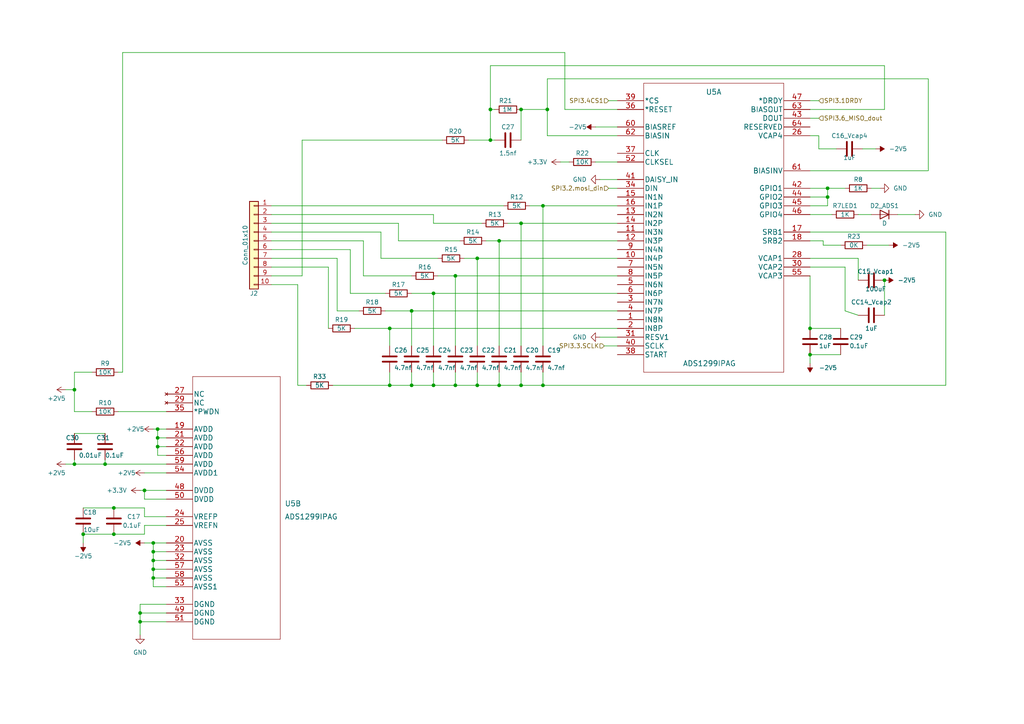
<source format=kicad_sch>
(kicad_sch (version 20211123) (generator eeschema)
  (paper "A4")
  (lib_symbols
    (symbol "2023-01-27_22-49-04:ADS1299IPAG" (pin_names (offset 0.254))
      (property "Reference" "U" (at 27.94 10.16 0))
      (property "Value" "ADS1299IPAG" (at 27.94 7.62 0))
      (symbol "ADS1299IPAG_1_1"
        (polyline (pts (xy 7.62 -78.74) (xy 48.26 -78.74)) (stroke (width 0.127)))
        (polyline (pts (xy 7.62 5.08) (xy 7.62 -78.74)) (stroke (width 0.127)))
        (polyline (pts (xy 48.26 -78.74) (xy 48.26 5.08)) (stroke (width 0.127)))
        (polyline (pts (xy 48.26 5.08) (xy 7.62 5.08)) (stroke (width 0.127)))
        (pin input line (at 0 -63.5 0) (length 7.62) (name "IN8N") (number "1"))
        (pin input line (at 0 -45.72 0) (length 7.62) (name "IN4P") (number "10"))
        (pin input line (at 0 -38.1 0) (length 7.62) (name "IN3N") (number "11"))
        (pin input line (at 0 -40.64 0) (length 7.62) (name "IN3P") (number "12"))
        (pin input line (at 0 -33.02 0) (length 7.62) (name "IN2N") (number "13"))
        (pin input line (at 0 -35.56 0) (length 7.62) (name "IN2P") (number "14"))
        (pin input line (at 0 -27.94 0) (length 7.62) (name "IN1N") (number "15"))
        (pin input line (at 0 -30.48 0) (length 7.62) (name "IN1P") (number "16"))
        (pin bidirectional line (at 55.88 -38.1 180) (length 7.62) (name "SRB1") (number "17"))
        (pin bidirectional line (at 55.88 -40.64 180) (length 7.62) (name "SRB2") (number "18"))
        (pin input line (at 0 -66.04 0) (length 7.62) (name "IN8P") (number "2"))
        (pin output line (at 55.88 -10.16 180) (length 7.62) (name "VCAP4") (number "26"))
        (pin unspecified line (at 55.88 -45.72 180) (length 7.62) (name "VCAP1") (number "28"))
        (pin input line (at 0 -58.42 0) (length 7.62) (name "IN7N") (number "3"))
        (pin unspecified line (at 55.88 -48.26 180) (length 7.62) (name "VCAP2") (number "30"))
        (pin input line (at 0 -68.58 0) (length 7.62) (name "RESV1") (number "31"))
        (pin input line (at 0 -25.4 0) (length 7.62) (name "DIN") (number "34"))
        (pin input line (at 0 -2.54 0) (length 7.62) (name "*RESET") (number "36"))
        (pin input line (at 0 -15.24 0) (length 7.62) (name "CLK") (number "37"))
        (pin input line (at 0 -73.66 0) (length 7.62) (name "START") (number "38"))
        (pin input line (at 0 0 0) (length 7.62) (name "*CS") (number "39"))
        (pin input line (at 0 -60.96 0) (length 7.62) (name "IN7P") (number "4"))
        (pin input line (at 0 -71.12 0) (length 7.62) (name "SCLK") (number "40"))
        (pin input line (at 0 -22.86 0) (length 7.62) (name "DAISY_IN") (number "41"))
        (pin bidirectional line (at 55.88 -25.4 180) (length 7.62) (name "GPIO1") (number "42"))
        (pin output line (at 55.88 -5.08 180) (length 7.62) (name "DOUT") (number "43"))
        (pin bidirectional line (at 55.88 -27.94 180) (length 7.62) (name "GPIO2") (number "44"))
        (pin bidirectional line (at 55.88 -30.48 180) (length 7.62) (name "GPIO3") (number "45"))
        (pin bidirectional line (at 55.88 -33.02 180) (length 7.62) (name "GPIO4") (number "46"))
        (pin output line (at 55.88 0 180) (length 7.62) (name "*DRDY") (number "47"))
        (pin input line (at 0 -53.34 0) (length 7.62) (name "IN6N") (number "5"))
        (pin input line (at 0 -17.78 0) (length 7.62) (name "CLKSEL") (number "52"))
        (pin unspecified line (at 55.88 -50.8 180) (length 7.62) (name "VCAP3") (number "55"))
        (pin input line (at 0 -55.88 0) (length 7.62) (name "IN6P") (number "6"))
        (pin input line (at 0 -7.62 0) (length 7.62) (name "BIASREF") (number "60"))
        (pin bidirectional line (at 55.88 -20.32 180) (length 7.62) (name "BIASINV") (number "61"))
        (pin input line (at 0 -10.16 0) (length 7.62) (name "BIASIN") (number "62"))
        (pin output line (at 55.88 -2.54 180) (length 7.62) (name "BIASOUT") (number "63"))
        (pin output line (at 55.88 -7.62 180) (length 7.62) (name "RESERVED") (number "64"))
        (pin input line (at 0 -48.26 0) (length 7.62) (name "IN5N") (number "7"))
        (pin input line (at 0 -50.8 0) (length 7.62) (name "IN5P") (number "8"))
        (pin input line (at 0 -43.18 0) (length 7.62) (name "IN4N") (number "9"))
      )
      (symbol "ADS1299IPAG_2_1"
        (polyline (pts (xy 7.62 -71.12) (xy 33.02 -71.12)) (stroke (width 0.127)))
        (polyline (pts (xy 7.62 5.08) (xy 7.62 -71.12)) (stroke (width 0.127)))
        (polyline (pts (xy 33.02 -71.12) (xy 33.02 5.08)) (stroke (width 0.127)))
        (polyline (pts (xy 33.02 5.08) (xy 7.62 5.08)) (stroke (width 0.127)))
        (pin power_in line (at 0 -10.16 0) (length 7.62) (name "AVDD") (number "19"))
        (pin power_in line (at 0 -43.18 0) (length 7.62) (name "AVSS") (number "20"))
        (pin power_in line (at 0 -12.7 0) (length 7.62) (name "AVDD") (number "21"))
        (pin power_in line (at 0 -15.24 0) (length 7.62) (name "AVDD") (number "22"))
        (pin power_in line (at 0 -45.72 0) (length 7.62) (name "AVSS") (number "23"))
        (pin bidirectional line (at 0 -35.56 0) (length 7.62) (name "VREFP") (number "24"))
        (pin input line (at 0 -38.1 0) (length 7.62) (name "VREFN") (number "25"))
        (pin no_connect line (at 0 0 0) (length 7.62) (name "NC") (number "27"))
        (pin no_connect line (at 0 -2.54 0) (length 7.62) (name "NC") (number "29"))
        (pin power_in line (at 0 -48.26 0) (length 7.62) (name "AVSS") (number "32"))
        (pin power_in line (at 0 -60.96 0) (length 7.62) (name "DGND") (number "33"))
        (pin power_in line (at 0 -5.08 0) (length 7.62) (name "*PWDN") (number "35"))
        (pin power_in line (at 0 -27.94 0) (length 7.62) (name "DVDD") (number "48"))
        (pin power_in line (at 0 -63.5 0) (length 7.62) (name "DGND") (number "49"))
        (pin power_in line (at 0 -30.48 0) (length 7.62) (name "DVDD") (number "50"))
        (pin power_in line (at 0 -66.04 0) (length 7.62) (name "DGND") (number "51"))
        (pin power_in line (at 0 -55.88 0) (length 7.62) (name "AVSS1") (number "53"))
        (pin power_in line (at 0 -22.86 0) (length 7.62) (name "AVDD1") (number "54"))
        (pin power_in line (at 0 -17.78 0) (length 7.62) (name "AVDD") (number "56"))
        (pin power_in line (at 0 -50.8 0) (length 7.62) (name "AVSS") (number "57"))
        (pin power_in line (at 0 -53.34 0) (length 7.62) (name "AVSS") (number "58"))
        (pin power_in line (at 0 -20.32 0) (length 7.62) (name "AVDD") (number "59"))
      )
    )
    (symbol "Connector_Generic:Conn_01x10" (pin_names (offset 1.016) hide)
      (property "Reference" "J" (at 0 12.7 0))
      (property "Value" "Conn_01x10" (at 0 -15.24 0))
      (symbol "Conn_01x10_1_1"
        (rectangle (start -1.27 -12.573) (end 0 -12.827) (stroke (width 0.1524)))
        (rectangle (start -1.27 -10.033) (end 0 -10.287) (stroke (width 0.1524)))
        (rectangle (start -1.27 -7.493) (end 0 -7.747) (stroke (width 0.1524)))
        (rectangle (start -1.27 -4.953) (end 0 -5.207) (stroke (width 0.1524)))
        (rectangle (start -1.27 -2.413) (end 0 -2.667) (stroke (width 0.1524)))
        (rectangle (start -1.27 0.127) (end 0 -0.127) (stroke (width 0.1524)))
        (rectangle (start -1.27 2.667) (end 0 2.413) (stroke (width 0.1524)))
        (rectangle (start -1.27 5.207) (end 0 4.953) (stroke (width 0.1524)))
        (rectangle (start -1.27 7.747) (end 0 7.493) (stroke (width 0.1524)))
        (rectangle (start -1.27 10.287) (end 0 10.033) (stroke (width 0.1524)))
        (rectangle (start -1.27 11.43) (end 1.27 -13.97) (stroke (width 0.254)) (fill (type background)))
        (pin passive line (at -5.08 10.16 0) (length 3.81) (name "Pin_1") (number "1"))
        (pin passive line (at -5.08 -12.7 0) (length 3.81) (name "Pin_10") (number "10"))
        (pin passive line (at -5.08 7.62 0) (length 3.81) (name "Pin_2") (number "2"))
        (pin passive line (at -5.08 5.08 0) (length 3.81) (name "Pin_3") (number "3"))
        (pin passive line (at -5.08 2.54 0) (length 3.81) (name "Pin_4") (number "4"))
        (pin passive line (at -5.08 0 0) (length 3.81) (name "Pin_5") (number "5"))
        (pin passive line (at -5.08 -2.54 0) (length 3.81) (name "Pin_6") (number "6"))
        (pin passive line (at -5.08 -5.08 0) (length 3.81) (name "Pin_7") (number "7"))
        (pin passive line (at -5.08 -7.62 0) (length 3.81) (name "Pin_8") (number "8"))
        (pin passive line (at -5.08 -10.16 0) (length 3.81) (name "Pin_9") (number "9"))
      )
    )
    (symbol "Device:C" (pin_numbers hide) (pin_names (offset 0.254))
      (property "Reference" "C" (at 0.635 2.54 0))
      (property "Value" "C" (at 0.635 -2.54 0))
      (symbol "C_0_1"
        (polyline (pts (xy -2.032 -0.762) (xy 2.032 -0.762)) (stroke (width 0.508)))
        (polyline (pts (xy -2.032 0.762) (xy 2.032 0.762)) (stroke (width 0.508)))
      )
      (symbol "C_1_1"
        (pin passive line (at 0 3.81 270) (length 2.794) (name "~") (number "1"))
        (pin passive line (at 0 -3.81 90) (length 2.794) (name "~") (number "2"))
      )
    )
    (symbol "Device:D" (pin_numbers hide) (pin_names (offset 1.016) hide)
      (property "Reference" "D" (at 0 2.54 0))
      (property "Value" "D" (at 0 -2.54 0))
      (symbol "D_0_1"
        (polyline (pts (xy -1.27 1.27) (xy -1.27 -1.27)) (stroke (width 0.254)))
        (polyline (pts (xy 1.27 0) (xy -1.27 0)))
        (polyline (pts (xy 1.27 1.27) (xy 1.27 -1.27) (xy -1.27 0) (xy 1.27 1.27)) (stroke (width 0.254)))
      )
      (symbol "D_1_1"
        (pin passive line (at -3.81 0 0) (length 2.54) (name "K") (number "1"))
        (pin passive line (at 3.81 0 180) (length 2.54) (name "A") (number "2"))
      )
    )
    (symbol "Device:R" (pin_numbers hide) (pin_names (offset 0))
      (property "Reference" "R" (at 2.032 0 90))
      (property "Value" "R" (at 0 0 90))
      (symbol "R_0_1"
        (rectangle (start -1.016 -2.54) (end 1.016 2.54) (stroke (width 0.254)))
      )
      (symbol "R_1_1"
        (pin passive line (at 0 3.81 270) (length 1.27) (name "~") (number "1"))
        (pin passive line (at 0 -3.81 90) (length 1.27) (name "~") (number "2"))
      )
    )
    (symbol "power:+2V5" (power) (pin_names (offset 0))
      (property "Value" "+2V5" (at 0 3.556 0))
      (symbol "+2V5_0_1"
        (polyline (pts (xy -0.762 1.27) (xy 0 2.54)))
        (polyline (pts (xy 0 0) (xy 0 2.54)))
        (polyline (pts (xy 0 2.54) (xy 0.762 1.27)))
      )
      (symbol "+2V5_1_1"
        (pin power_in line (at 0 0 90) (length 0) hide (name "+2V5") (number "1"))
      )
    )
    (symbol "power:+3.3V" (power) (pin_names (offset 0))
      (property "Value" "+3.3V" (at 0 3.556 0))
      (symbol "+3.3V_0_1"
        (polyline (pts (xy -0.762 1.27) (xy 0 2.54)))
        (polyline (pts (xy 0 0) (xy 0 2.54)))
        (polyline (pts (xy 0 2.54) (xy 0.762 1.27)))
      )
      (symbol "+3.3V_1_1"
        (pin power_in line (at 0 0 90) (length 0) hide (name "+3.3V") (number "1"))
      )
    )
    (symbol "power:-2V5" (power) (pin_names (offset 0))
      (property "Value" "-2V5" (at 0 3.81 0))
      (symbol "-2V5_0_0"
        (pin power_in line (at 0 0 90) (length 0) hide (name "-2V5") (number "1"))
      )
      (symbol "-2V5_0_1"
        (polyline (pts (xy 0 0) (xy 0 1.27) (xy 0.762 1.27) (xy 0 2.54) (xy -0.762 1.27) (xy 0 1.27)) (fill (type outline)))
      )
    )
    (symbol "power:GND" (power) (pin_names (offset 0))
      (property "Value" "GND" (at 0 -3.81 0))
      (symbol "GND_0_1"
        (polyline (pts (xy 0 0) (xy 0 -1.27) (xy 1.27 -1.27) (xy 0 -2.54) (xy -1.27 -1.27) (xy 0 -1.27)))
      )
      (symbol "GND_1_1"
        (pin power_in line (at 0 0 270) (length 0) hide (name "GND") (number "1"))
      )
    )
  )
  (junction (at 157.48 59.69))
  (junction (at 113.03 111.76))
  (junction (at 157.48 111.76))
  (junction (at 151.13 64.77))
  (junction (at 125.73 111.76))
  (junction (at 144.78 111.76))
  (junction (at 21.59 113.03))
  (junction (at 151.13 31.75))
  (junction (at 44.45 162.56))
  (junction (at 30.48 134.62))
  (junction (at 44.45 165.1))
  (junction (at 138.43 74.93))
  (junction (at 45.72 129.54))
  (junction (at 24.13 154.94))
  (junction (at 40.64 177.8))
  (junction (at 138.43 111.76))
  (junction (at 21.59 134.62))
  (junction (at 158.75 31.75))
  (junction (at 132.08 80.01))
  (junction (at 151.13 111.76))
  (junction (at 41.91 142.24))
  (junction (at 44.45 157.48))
  (junction (at 132.08 111.76))
  (junction (at 113.03 95.25))
  (junction (at 125.73 85.09))
  (junction (at 40.64 180.34))
  (junction (at 240.03 54.61))
  (junction (at 119.38 111.76))
  (junction (at 142.24 40.64))
  (junction (at 33.02 154.94))
  (junction (at 234.95 102.87))
  (junction (at 45.72 124.46))
  (junction (at 45.72 127))
  (junction (at 142.24 31.75))
  (junction (at 44.45 167.64))
  (junction (at 44.45 160.02))
  (junction (at 33.02 147.32))
  (junction (at 234.95 95.25))
  (junction (at 240.03 57.15))
  (junction (at 256.54 81.28))
  (junction (at 119.38 90.17))
  (junction (at 144.78 69.85))
  (wire (pts (xy 132.08 107.95) (xy 132.08 111.76)))
  (wire (pts (xy 173.99 52.07) (xy 179.07 52.07)))
  (wire (pts (xy 142.24 31.75) (xy 142.24 40.64)))
  (wire (pts (xy 157.48 111.76) (xy 151.13 111.76)))
  (wire (pts (xy 44.45 157.48) (xy 44.45 160.02)))
  (wire (pts (xy 238.76 71.12) (xy 243.84 71.12)))
  (wire (pts (xy 245.11 90.17) (xy 248.92 91.44)))
  (wire (pts (xy 101.6 85.09) (xy 111.76 85.09)))
  (wire (pts (xy 251.46 71.12) (xy 257.81 71.12)))
  (wire (pts (xy 125.73 111.76) (xy 119.38 111.76)))
  (wire (pts (xy 135.89 40.64) (xy 142.24 40.64)))
  (wire (pts (xy 127 80.01) (xy 132.08 80.01)))
  (wire (pts (xy 162.56 46.99) (xy 165.1 46.99)))
  (wire (pts (xy 151.13 111.76) (xy 144.78 111.76)))
  (wire (pts (xy 153.67 59.69) (xy 157.48 59.69)))
  (wire (pts (xy 234.95 102.87) (xy 243.84 102.87)))
  (wire (pts (xy 234.95 39.37) (xy 237.49 39.37)))
  (wire (pts (xy 104.14 90.17) (xy 97.79 90.17)))
  (wire (pts (xy 41.91 157.48) (xy 44.45 157.48)))
  (wire (pts (xy 45.72 124.46) (xy 48.26 124.46)))
  (wire (pts (xy 105.41 80.01) (xy 119.38 80.01)))
  (wire (pts (xy 44.45 160.02) (xy 48.26 160.02)))
  (wire (pts (xy 176.53 54.61) (xy 179.07 54.61)))
  (wire (pts (xy 248.92 74.93) (xy 248.92 81.28)))
  (wire (pts (xy 138.43 74.93) (xy 138.43 100.33)))
  (wire (pts (xy 21.59 125.73) (xy 30.48 125.73)))
  (wire (pts (xy 157.48 59.69) (xy 179.07 59.69)))
  (wire (pts (xy 30.48 134.62) (xy 48.26 134.62)))
  (wire (pts (xy 142.24 31.75) (xy 143.51 31.75)))
  (wire (pts (xy 78.74 59.69) (xy 146.05 59.69)))
  (wire (pts (xy 256.54 81.28) (xy 256.54 91.44)))
  (wire (pts (xy 125.73 85.09) (xy 125.73 100.33)))
  (wire (pts (xy 78.74 67.31) (xy 110.49 67.31)))
  (wire (pts (xy 248.92 62.23) (xy 252.73 62.23)))
  (wire (pts (xy 40.64 180.34) (xy 48.26 180.34)))
  (wire (pts (xy 48.26 152.4) (xy 41.91 152.4)))
  (wire (pts (xy 151.13 64.77) (xy 179.07 64.77)))
  (wire (pts (xy 21.59 134.62) (xy 30.48 134.62)))
  (wire (pts (xy 44.45 160.02) (xy 44.45 162.56)))
  (wire (pts (xy 151.13 64.77) (xy 151.13 100.33)))
  (wire (pts (xy 44.45 165.1) (xy 48.26 165.1)))
  (wire (pts (xy 45.72 129.54) (xy 45.72 127)))
  (wire (pts (xy 44.45 157.48) (xy 48.26 157.48)))
  (wire (pts (xy 33.02 147.32) (xy 41.91 147.32)))
  (wire (pts (xy 144.78 111.76) (xy 138.43 111.76)))
  (wire (pts (xy 240.03 57.15) (xy 234.95 57.15)))
  (wire (pts (xy 34.29 119.38) (xy 48.26 119.38)))
  (wire (pts (xy 24.13 157.48) (xy 24.13 154.94)))
  (wire (pts (xy 41.91 147.32) (xy 41.91 149.86)))
  (wire (pts (xy 142.24 19.05) (xy 142.24 31.75)))
  (wire (pts (xy 132.08 80.01) (xy 132.08 100.33)))
  (wire (pts (xy 151.13 31.75) (xy 151.13 40.64)))
  (wire (pts (xy 78.74 82.55) (xy 86.36 82.55)))
  (wire (pts (xy 41.91 149.86) (xy 48.26 149.86)))
  (wire (pts (xy 41.91 144.78) (xy 48.26 144.78)))
  (wire (pts (xy 97.79 90.17) (xy 97.79 74.93)))
  (wire (pts (xy 134.62 74.93) (xy 138.43 74.93)))
  (wire (pts (xy 87.63 40.64) (xy 128.27 40.64)))
  (wire (pts (xy 176.53 29.21) (xy 179.07 29.21)))
  (wire (pts (xy 41.91 137.16) (xy 48.26 137.16)))
  (wire (pts (xy 41.91 142.24) (xy 41.91 144.78)))
  (wire (pts (xy 234.95 105.41) (xy 234.95 102.87)))
  (wire (pts (xy 86.36 82.55) (xy 86.36 111.76)))
  (wire (pts (xy 240.03 54.61) (xy 245.11 54.61)))
  (wire (pts (xy 44.45 167.64) (xy 48.26 167.64)))
  (wire (pts (xy 21.59 113.03) (xy 21.59 119.38)))
  (wire (pts (xy 45.72 129.54) (xy 48.26 129.54)))
  (wire (pts (xy 78.74 64.77) (xy 115.57 64.77)))
  (wire (pts (xy 119.38 85.09) (xy 125.73 85.09)))
  (wire (pts (xy 119.38 111.76) (xy 113.03 111.76)))
  (wire (pts (xy 234.95 80.01) (xy 234.95 95.25)))
  (wire (pts (xy 157.48 59.69) (xy 157.48 100.33)))
  (wire (pts (xy 44.45 167.64) (xy 44.45 170.18)))
  (wire (pts (xy 86.36 111.76) (xy 88.9 111.76)))
  (wire (pts (xy 163.83 31.75) (xy 163.83 15.24)))
  (wire (pts (xy 234.95 49.53) (xy 269.24 49.53)))
  (wire (pts (xy 24.13 147.32) (xy 33.02 147.32)))
  (wire (pts (xy 132.08 80.01) (xy 179.07 80.01)))
  (wire (pts (xy 158.75 31.75) (xy 158.75 39.37)))
  (wire (pts (xy 78.74 74.93) (xy 97.79 74.93)))
  (wire (pts (xy 19.05 134.62) (xy 21.59 134.62)))
  (wire (pts (xy 125.73 62.23) (xy 125.73 64.77)))
  (wire (pts (xy 44.45 162.56) (xy 48.26 162.56)))
  (wire (pts (xy 274.32 67.31) (xy 274.32 111.76)))
  (wire (pts (xy 35.56 15.24) (xy 163.83 15.24)))
  (wire (pts (xy 44.45 162.56) (xy 44.45 165.1)))
  (wire (pts (xy 144.78 69.85) (xy 144.78 100.33)))
  (wire (pts (xy 234.95 34.29) (xy 237.49 34.29)))
  (wire (pts (xy 138.43 111.76) (xy 132.08 111.76)))
  (wire (pts (xy 26.67 119.38) (xy 21.59 119.38)))
  (wire (pts (xy 250.19 43.18) (xy 254 43.18)))
  (wire (pts (xy 19.05 113.03) (xy 21.59 113.03)))
  (wire (pts (xy 157.48 107.95) (xy 157.48 111.76)))
  (wire (pts (xy 45.72 127) (xy 48.26 127)))
  (wire (pts (xy 40.64 142.24) (xy 41.91 142.24)))
  (wire (pts (xy 172.72 36.83) (xy 179.07 36.83)))
  (wire (pts (xy 113.03 95.25) (xy 113.03 100.33)))
  (wire (pts (xy 101.6 72.39) (xy 101.6 85.09)))
  (wire (pts (xy 125.73 85.09) (xy 179.07 85.09)))
  (wire (pts (xy 234.95 31.75) (xy 256.54 31.75)))
  (wire (pts (xy 138.43 107.95) (xy 138.43 111.76)))
  (wire (pts (xy 234.95 59.69) (xy 240.03 59.69)))
  (wire (pts (xy 138.43 74.93) (xy 179.07 74.93)))
  (wire (pts (xy 21.59 107.95) (xy 21.59 113.03)))
  (wire (pts (xy 142.24 40.64) (xy 143.51 40.64)))
  (wire (pts (xy 119.38 90.17) (xy 179.07 90.17)))
  (wire (pts (xy 151.13 107.95) (xy 151.13 111.76)))
  (wire (pts (xy 78.74 62.23) (xy 125.73 62.23)))
  (wire (pts (xy 113.03 111.76) (xy 96.52 111.76)))
  (wire (pts (xy 175.26 100.33) (xy 179.07 100.33)))
  (wire (pts (xy 274.32 111.76) (xy 157.48 111.76)))
  (wire (pts (xy 158.75 39.37) (xy 179.07 39.37)))
  (wire (pts (xy 45.72 132.08) (xy 45.72 129.54)))
  (wire (pts (xy 125.73 64.77) (xy 139.7 64.77)))
  (wire (pts (xy 44.45 124.46) (xy 45.72 124.46)))
  (wire (pts (xy 87.63 80.01) (xy 87.63 40.64)))
  (wire (pts (xy 237.49 43.18) (xy 242.57 43.18)))
  (wire (pts (xy 234.95 95.25) (xy 243.84 95.25)))
  (wire (pts (xy 40.64 180.34) (xy 40.64 177.8)))
  (wire (pts (xy 142.24 19.05) (xy 256.54 19.05)))
  (wire (pts (xy 78.74 72.39) (xy 101.6 72.39)))
  (wire (pts (xy 78.74 69.85) (xy 105.41 69.85)))
  (wire (pts (xy 240.03 54.61) (xy 240.03 57.15)))
  (wire (pts (xy 41.91 154.94) (xy 33.02 154.94)))
  (wire (pts (xy 110.49 67.31) (xy 110.49 74.93)))
  (wire (pts (xy 119.38 90.17) (xy 119.38 100.33)))
  (wire (pts (xy 245.11 77.47) (xy 245.11 90.17)))
  (wire (pts (xy 132.08 111.76) (xy 125.73 111.76)))
  (wire (pts (xy 40.64 184.15) (xy 40.64 180.34)))
  (wire (pts (xy 40.64 177.8) (xy 48.26 177.8)))
  (wire (pts (xy 172.72 46.99) (xy 179.07 46.99)))
  (wire (pts (xy 269.24 49.53) (xy 269.24 22.86)))
  (wire (pts (xy 158.75 22.86) (xy 269.24 22.86)))
  (wire (pts (xy 234.95 77.47) (xy 245.11 77.47)))
  (wire (pts (xy 113.03 95.25) (xy 179.07 95.25)))
  (wire (pts (xy 234.95 74.93) (xy 248.92 74.93)))
  (wire (pts (xy 24.13 154.94) (xy 33.02 154.94)))
  (wire (pts (xy 111.76 90.17) (xy 119.38 90.17)))
  (wire (pts (xy 41.91 142.24) (xy 48.26 142.24)))
  (wire (pts (xy 34.29 107.95) (xy 35.56 107.95)))
  (wire (pts (xy 87.63 80.01) (xy 78.74 80.01)))
  (wire (pts (xy 237.49 39.37) (xy 237.49 43.18)))
  (wire (pts (xy 140.97 69.85) (xy 144.78 69.85)))
  (wire (pts (xy 44.45 165.1) (xy 44.45 167.64)))
  (wire (pts (xy 115.57 64.77) (xy 115.57 69.85)))
  (wire (pts (xy 234.95 62.23) (xy 241.3 62.23)))
  (wire (pts (xy 234.95 67.31) (xy 274.32 67.31)))
  (wire (pts (xy 147.32 64.77) (xy 151.13 64.77)))
  (wire (pts (xy 102.87 95.25) (xy 113.03 95.25)))
  (wire (pts (xy 95.25 77.47) (xy 78.74 77.47)))
  (wire (pts (xy 240.03 59.69) (xy 240.03 57.15)))
  (wire (pts (xy 144.78 69.85) (xy 179.07 69.85)))
  (wire (pts (xy 45.72 127) (xy 45.72 124.46)))
  (wire (pts (xy 173.99 97.79) (xy 179.07 97.79)))
  (wire (pts (xy 144.78 107.95) (xy 144.78 111.76)))
  (wire (pts (xy 234.95 29.21) (xy 237.49 29.21)))
  (wire (pts (xy 21.59 107.95) (xy 26.67 107.95)))
  (wire (pts (xy 113.03 107.95) (xy 113.03 111.76)))
  (wire (pts (xy 40.64 175.26) (xy 48.26 175.26)))
  (wire (pts (xy 115.57 69.85) (xy 133.35 69.85)))
  (wire (pts (xy 95.25 95.25) (xy 95.25 77.47)))
  (wire (pts (xy 151.13 31.75) (xy 158.75 31.75)))
  (wire (pts (xy 35.56 15.24) (xy 35.56 107.95)))
  (wire (pts (xy 119.38 107.95) (xy 119.38 111.76)))
  (wire (pts (xy 30.48 133.35) (xy 30.48 134.62)))
  (wire (pts (xy 252.73 54.61) (xy 255.27 54.61)))
  (wire (pts (xy 234.95 54.61) (xy 240.03 54.61)))
  (wire (pts (xy 105.41 69.85) (xy 105.41 80.01)))
  (wire (pts (xy 21.59 133.35) (xy 21.59 134.62)))
  (wire (pts (xy 158.75 22.86) (xy 158.75 31.75)))
  (wire (pts (xy 260.35 62.23) (xy 265.43 62.23)))
  (wire (pts (xy 179.07 31.75) (xy 163.83 31.75)))
  (wire (pts (xy 234.95 69.85) (xy 238.76 69.85)))
  (wire (pts (xy 110.49 74.93) (xy 127 74.93)))
  (wire (pts (xy 41.91 152.4) (xy 41.91 154.94)))
  (wire (pts (xy 40.64 177.8) (xy 40.64 175.26)))
  (wire (pts (xy 238.76 69.85) (xy 238.76 71.12)))
  (wire (pts (xy 125.73 107.95) (xy 125.73 111.76)))
  (wire (pts (xy 256.54 31.75) (xy 256.54 19.05)))
  (wire (pts (xy 44.45 170.18) (xy 48.26 170.18)))
  (wire (pts (xy 48.26 132.08) (xy 45.72 132.08)))
  (hierarchical_label "SPI3.3.SCLK" (shape input) (at 175.26 100.33 180))
  (hierarchical_label "SPI3.2.mosi_din" (shape input) (at 176.53 54.61 180))
  (hierarchical_label "SPI3.6_MISO_dout" (shape input) (at 237.49 34.29 0))
  (hierarchical_label "SPI3.1DRDY" (shape input) (at 237.49 29.21 0))
  (hierarchical_label "SPI3.4CS1" (shape input) (at 176.53 29.21 180))
  (symbol (lib_id "Device:C") (at 33.02 151.13 0) (unit 1)
    (property "Reference" "C17" (at 36.83 149.8599 0) (effects (justify left)))
    (property "Value" "0.1uF" (at 35.56 152.4 0) (effects (justify left)))
    (property "Footprint" "PIEEG:CL10B104JB8NNNC" (effects hide))
  )
  (symbol (lib_id "Device:C") (at 24.13 151.13 0) (unit 1)
    (property "Reference" "C18" (at 24.13 148.59 0) (effects (justify left)))
    (property "Value" "10uF" (at 24.13 153.67 0) (effects (justify left)))
    (property "Footprint" "PIEEG:C1206C106J8RACTU" (effects hide))
  )
  (symbol (lib_id "Device:C") (at 113.03 104.14 0) (unit 1)
    (property "Reference" "C26" (at 114.3 101.6 0) (effects (justify left)))
    (property "Value" "4.7nf" (at 114.3 106.68 0) (effects (justify left)))
    (property "Footprint" "piEEG_footprints:50MU472KY11608" (effects hide))
  )
  (symbol (lib_id "Device:R") (at 132.08 40.64 90) (unit 1)
    (property "Reference" "R20" (at 132.08 38.1 90))
    (property "Value" "5K" (at 132.08 40.64 90))
    (property "Footprint" "piEEG_footprints:RESC1608X55N" (effects hide))
  )
  (symbol (lib_id "Device:C") (at 21.59 129.54 0) (unit 1)
    (property "Reference" "C30" (at 19.05 127 0) (effects (justify left)))
    (property "Value" "0.01uF" (at 22.86 132.08 0) (effects (justify left)))
    (property "Footprint" "PIEEG:C0603C103F3GECAUTO" (effects hide))
  )
  (symbol (lib_id "Device:R") (at 30.48 107.95 270) (unit 1)
    (property "Reference" "R9" (at 30.48 105.41 90))
    (property "Value" "10K" (at 30.48 107.95 90))
    (property "Footprint" "PIEEG:ERJ-PB3B1022V" (effects hide))
  )
  (symbol (lib_id "Device:R") (at 115.57 85.09 90) (unit 1)
    (property "Reference" "R17" (at 115.57 82.55 90))
    (property "Value" "5K" (at 115.57 85.09 90))
    (property "Footprint" "piEEG_footprints:RESC1608X55N" (effects hide))
  )
  (symbol (lib_id "power:+2V5") (at 19.05 134.62 90) (unit 1)
    (property "Reference" "#PWR0141" (effects hide))
    (property "Value" "+2V5" (at 19.05 137.16 90) (effects (justify left)))
  )
  (symbol (lib_id "Device:C") (at 119.38 104.14 0) (unit 1)
    (property "Reference" "C25" (at 120.65 101.6 0) (effects (justify left)))
    (property "Value" "4.7nf" (at 120.65 106.68 0) (effects (justify left)))
    (property "Footprint" "piEEG_footprints:50MU472KY11608" (effects hide))
  )
  (symbol (lib_id "Device:C") (at 157.48 104.14 0) (unit 1)
    (property "Reference" "C19" (at 158.75 101.6 0) (effects (justify left)))
    (property "Value" "4.7nf" (at 158.75 106.68 0) (effects (justify left)))
    (property "Footprint" "piEEG_footprints:50MU472KY11608" (effects hide))
  )
  (symbol (lib_id "power:-2V5") (at 254 43.18 270) (unit 1)
    (property "Reference" "#PWR0131" (effects hide))
    (property "Value" "-2V5" (at 257.81 43.1799 90) (effects (justify left)))
  )
  (symbol (lib_id "Connector_Generic:Conn_01x10") (at 73.66 69.85 0) (mirror y) (unit 1)
    (property "Reference" "J2" (at 73.66 85.09 0))
    (property "Value" "Conn_01x10" (at 71.12 71.12 90))
    (property "Footprint" "PIEEG:PPPC101LFBN-RC" (effects hide))
  )
  (symbol (lib_id "2023-01-27_22-49-04:ADS1299IPAG") (at 179.07 29.21 0) (unit 1)
    (property "Reference" "U5" (at 207.01 26.67 0) (effects (font (size 1.524 1.524))))
    (property "Value" "ADS1299IPAG" (at 205.74 105.41 0) (effects (font (size 1.524 1.524))))
    (property "Footprint" "PIEEG:ADS1299IPAG" (effects hide))
  )
  (symbol (lib_id "power:-2V5") (at 257.81 71.12 270) (unit 1)
    (property "Reference" "#PWR0135" (effects hide))
    (property "Value" "-2V5" (at 261.62 71.12 90) (effects (justify left)))
  )
  (symbol (lib_id "Device:C") (at 30.48 129.54 0) (unit 1)
    (property "Reference" "C31" (at 27.94 127 0) (effects (justify left)))
    (property "Value" "0.1uF" (at 30.48 132.08 0) (effects (justify left)))
    (property "Footprint" "PIEEG:CL10B104JB8NNNC" (effects hide))
  )
  (symbol (lib_id "power:+3.3V") (at 40.64 142.24 90) (unit 1)
    (property "Reference" "#PWR0138" (effects hide))
    (property "Value" "+3.3V" (at 36.83 142.2399 90) (effects (justify left)))
  )
  (symbol (lib_id "Device:R") (at 143.51 64.77 90) (unit 1)
    (property "Reference" "R13" (at 143.51 62.23 90))
    (property "Value" "5K" (at 143.51 64.77 90))
    (property "Footprint" "piEEG_footprints:RESC1608X55N" (effects hide))
  )
  (symbol (lib_id "Device:R") (at 247.65 71.12 90) (unit 1)
    (property "Reference" "R23" (at 247.65 68.58 90))
    (property "Value" "0K" (at 247.65 71.12 90))
    (property "Footprint" "PIEEG:CRCW06030000Z0EAHP" (effects hide))
  )
  (symbol (lib_id "power:GND") (at 173.99 97.79 270) (mirror x) (unit 1)
    (property "Reference" "#PWR0132" (effects hide))
    (property "Value" "GND" (at 170.18 97.79 90) (effects (justify right)))
  )
  (symbol (lib_id "Device:R") (at 30.48 119.38 270) (unit 1)
    (property "Reference" "R10" (at 30.48 116.84 90))
    (property "Value" "10K" (at 30.48 119.38 90))
    (property "Footprint" "PIEEG:ERJ-PB3B1022V" (effects hide))
  )
  (symbol (lib_id "power:-2V5") (at 234.95 105.41 180) (unit 1)
    (property "Reference" "#PWR0136" (effects hide))
    (property "Value" "-2V5" (at 237.49 106.6799 0) (effects (justify right)))
  )
  (symbol (lib_id "power:GND") (at 173.99 52.07 270) (mirror x) (unit 1)
    (property "Reference" "#PWR0127" (effects hide))
    (property "Value" "GND" (at 170.18 52.0699 90) (effects (justify right)))
  )
  (symbol (lib_id "Device:R") (at 149.86 59.69 90) (unit 1)
    (property "Reference" "R12" (at 149.86 57.15 90))
    (property "Value" "5K" (at 149.86 59.69 90))
    (property "Footprint" "piEEG_footprints:RESC1608X55N" (effects hide))
  )
  (symbol (lib_id "Device:C") (at 147.32 40.64 270) (unit 1)
    (property "Reference" "C27" (at 147.32 36.83 90))
    (property "Value" "1.5nf" (at 147.32 44.45 90))
    (property "Footprint" "PIEEG:C0603C152F1GACTU" (effects hide))
  )
  (symbol (lib_id "Device:C") (at 252.73 91.44 270) (unit 1)
    (property "Reference" "CC14_Vcap2" (at 252.73 87.63 90))
    (property "Value" "1uF" (at 252.73 95.25 90))
    (property "Footprint" "PIEEG:CC0603JRX7R7BB105" (effects hide))
  )
  (symbol (lib_id "Device:R") (at 107.95 90.17 90) (unit 1)
    (property "Reference" "R18" (at 107.95 87.63 90))
    (property "Value" "5K" (at 107.95 90.17 90))
    (property "Footprint" "piEEG_footprints:RESC1608X55N" (effects hide))
  )
  (symbol (lib_id "Device:C") (at 243.84 99.06 0) (unit 1)
    (property "Reference" "C29" (at 246.38 97.79 0) (effects (justify left)))
    (property "Value" "0.1uF" (at 246.38 100.33 0) (effects (justify left)))
    (property "Footprint" "PIEEG:CL10B104JB8NNNC" (effects hide))
  )
  (symbol (lib_id "Device:R") (at 147.32 31.75 90) (unit 1)
    (property "Reference" "R21" (at 148.59 29.21 90) (effects (justify left)))
    (property "Value" "1M" (at 148.59 31.75 90) (effects (justify left)))
    (property "Footprint" "PIEEG:ERJ-3EKF1004V" (effects hide))
  )
  (symbol (lib_id "Device:C") (at 234.95 99.06 0) (unit 1)
    (property "Reference" "C28" (at 237.49 97.79 0) (effects (justify left)))
    (property "Value" "1uF" (at 237.49 100.33 0) (effects (justify left)))
    (property "Footprint" "PIEEG:CC0603JRX7R7BB105" (effects hide))
  )
  (symbol (lib_id "Device:C") (at 125.73 104.14 0) (unit 1)
    (property "Reference" "C24" (at 127 101.6 0) (effects (justify left)))
    (property "Value" "4.7nf" (at 127 106.68 0) (effects (justify left)))
    (property "Footprint" "piEEG_footprints:50MU472KY11608" (effects hide))
  )
  (symbol (lib_id "power:GND") (at 265.43 62.23 90) (unit 1)
    (property "Reference" "#PWR0134" (effects hide))
    (property "Value" "GND" (at 269.24 62.2299 90) (effects (justify right)))
  )
  (symbol (lib_id "Device:R") (at 168.91 46.99 90) (unit 1)
    (property "Reference" "R22" (at 168.91 44.45 90))
    (property "Value" "10K" (at 168.91 46.99 90))
    (property "Footprint" "PIEEG:ERJ-PB3B1022V" (effects hide))
  )
  (symbol (lib_id "Device:R") (at 92.71 111.76 270) (unit 1)
    (property "Reference" "R33" (at 92.71 109.22 90))
    (property "Value" "5K" (at 92.71 111.76 90))
    (property "Footprint" "piEEG_footprints:RESC1608X55N" (effects hide))
  )
  (symbol (lib_id "power:-2V5") (at 172.72 36.83 90) (unit 1)
    (property "Reference" "#PWR0126" (effects hide))
    (property "Value" "-2V5" (at 170.18 36.83 90) (effects (justify left)))
  )
  (symbol (lib_id "Device:R") (at 137.16 69.85 90) (unit 1)
    (property "Reference" "R14" (at 137.16 67.31 90))
    (property "Value" "5K" (at 137.16 69.85 90))
    (property "Footprint" "piEEG_footprints:RESC1608X55N" (effects hide))
  )
  (symbol (lib_id "power:-2V5") (at 41.91 157.48 90) (unit 1)
    (property "Reference" "#PWR0129" (effects hide))
    (property "Value" "-2V5" (at 38.1 157.4799 90) (effects (justify left)))
  )
  (symbol (lib_id "Device:C") (at 246.38 43.18 90) (unit 1)
    (property "Reference" "C16_Vcap4" (at 246.38 39.37 90))
    (property "Value" "1uF" (at 246.38 45.72 90))
    (property "Footprint" "PIEEG:CC0603JRX7R7BB105" (effects hide))
  )
  (symbol (lib_id "power:GND") (at 255.27 54.61 90) (unit 1)
    (property "Reference" "#PWR0133" (effects hide))
    (property "Value" "GND" (at 259.08 54.6099 90) (effects (justify right)))
  )
  (symbol (lib_id "Device:R") (at 99.06 95.25 90) (unit 1)
    (property "Reference" "R19" (at 99.06 92.71 90))
    (property "Value" "5K" (at 99.06 95.25 90))
    (property "Footprint" "piEEG_footprints:RESC1608X55N" (effects hide))
  )
  (symbol (lib_id "power:GND") (at 40.64 184.15 0) (unit 1)
    (property "Reference" "#PWR0130" (effects hide))
    (property "Value" "GND" (at 40.64 189.23 0))
  )
  (symbol (lib_id "power:+2V5") (at 19.05 113.03 90) (unit 1)
    (property "Reference" "#PWR0142" (effects hide))
    (property "Value" "+2V5" (at 19.05 115.57 90) (effects (justify left)))
  )
  (symbol (lib_id "Device:D") (at 256.54 62.23 0) (mirror y) (unit 1)
    (property "Reference" "D2_ADS1" (at 256.54 59.69 0))
    (property "Value" "D" (at 256.54 64.77 0))
    (property "Footprint" "piEEG_footprints:RESC1005X38N" (effects hide))
  )
  (symbol (lib_id "power:-2V5") (at 256.54 81.28 270) (unit 1)
    (property "Reference" "#PWR0137" (effects hide))
    (property "Value" "-2V5" (at 260.35 81.2799 90) (effects (justify left)))
  )
  (symbol (lib_id "Device:C") (at 138.43 104.14 0) (unit 1)
    (property "Reference" "C22" (at 139.7 101.6 0) (effects (justify left)))
    (property "Value" "4.7nf" (at 139.7 106.68 0) (effects (justify left)))
    (property "Footprint" "piEEG_footprints:50MU472KY11608" (effects hide))
  )
  (symbol (lib_id "power:-2V5") (at 24.13 157.48 0) (mirror x) (unit 1)
    (property "Reference" "#PWR0128" (effects hide))
    (property "Value" "-2V5" (at 24.13 161.29 0))
  )
  (symbol (lib_id "Device:C") (at 132.08 104.14 0) (unit 1)
    (property "Reference" "C23" (at 133.35 101.6 0) (effects (justify left)))
    (property "Value" "4.7nf" (at 133.35 106.68 0) (effects (justify left)))
    (property "Footprint" "piEEG_footprints:50MU472KY11608" (effects hide))
  )
  (symbol (lib_id "2023-01-27_22-49-04:ADS1299IPAG") (at 48.26 114.3 0) (unit 2)
    (property "Reference" "U5" (at 82.55 146.05 0) (effects (font (size 1.524 1.524)) (justify left)))
    (property "Value" "ADS1299IPAG" (at 82.55 149.86 0) (effects (font (size 1.524 1.524)) (justify left)))
    (property "Footprint" "PIEEG:ADS1299IPAG" (effects hide))
  )
  (symbol (lib_id "Device:C") (at 144.78 104.14 0) (unit 1)
    (property "Reference" "C21" (at 146.05 101.6 0) (effects (justify left)))
    (property "Value" "4.7nf" (at 146.05 106.68 0) (effects (justify left)))
    (property "Footprint" "piEEG_footprints:50MU472KY11608" (effects hide))
  )
  (symbol (lib_id "Device:R") (at 245.11 62.23 90) (unit 1)
    (property "Reference" "R7LED1" (at 245.11 59.69 90))
    (property "Value" "1K" (at 245.11 62.23 90))
    (property "Footprint" "PIEEG:RC1608F102CS" (effects hide))
  )
  (symbol (lib_id "power:+2V5") (at 44.45 124.46 90) (unit 1)
    (property "Reference" "#PWR0140" (effects hide))
    (property "Value" "+2V5" (at 41.91 124.46 90) (effects (justify left)))
  )
  (symbol (lib_id "power:+3.3V") (at 162.56 46.99 90) (unit 1)
    (property "Reference" "#PWR0125" (effects hide))
    (property "Value" "+3.3V" (at 158.75 46.9899 90) (effects (justify left)))
  )
  (symbol (lib_id "power:+2V5") (at 41.91 137.16 90) (unit 1)
    (property "Reference" "#PWR0139" (effects hide))
    (property "Value" "+2V5" (at 39.37 137.16 90) (effects (justify left)))
  )
  (symbol (lib_id "Device:C") (at 252.73 81.28 90) (unit 1)
    (property "Reference" "C15_Vcap1" (at 254 78.74 90))
    (property "Value" "100uF" (at 254 83.82 90))
    (property "Footprint" "PIEEG:594D107X0010C2T" (effects hide))
  )
  (symbol (lib_id "Device:R") (at 248.92 54.61 90) (unit 1)
    (property "Reference" "R8" (at 248.92 52.07 90))
    (property "Value" "1K" (at 248.92 54.61 90))
    (property "Footprint" "PIEEG:RC1608F102CS" (effects hide))
  )
  (symbol (lib_id "Device:R") (at 130.81 74.93 90) (unit 1)
    (property "Reference" "R15" (at 130.81 72.39 90))
    (property "Value" "5K" (at 130.81 74.93 90))
    (property "Footprint" "piEEG_footprints:RESC1608X55N" (effects hide))
  )
  (symbol (lib_id "Device:C") (at 151.13 104.14 0) (unit 1)
    (property "Reference" "C20" (at 152.4 101.6 0) (effects (justify left)))
    (property "Value" "4.7nf" (at 152.4 106.68 0) (effects (justify left)))
    (property "Footprint" "piEEG_footprints:50MU472KY11608" (effects hide))
  )
  (symbol (lib_id "Device:R") (at 123.19 80.01 90) (unit 1)
    (property "Reference" "R16" (at 123.19 77.47 90))
    (property "Value" "5K" (at 123.19 80.01 90))
    (property "Footprint" "piEEG_footprints:RESC1608X55N" (effects hide))
  )
)
</source>
